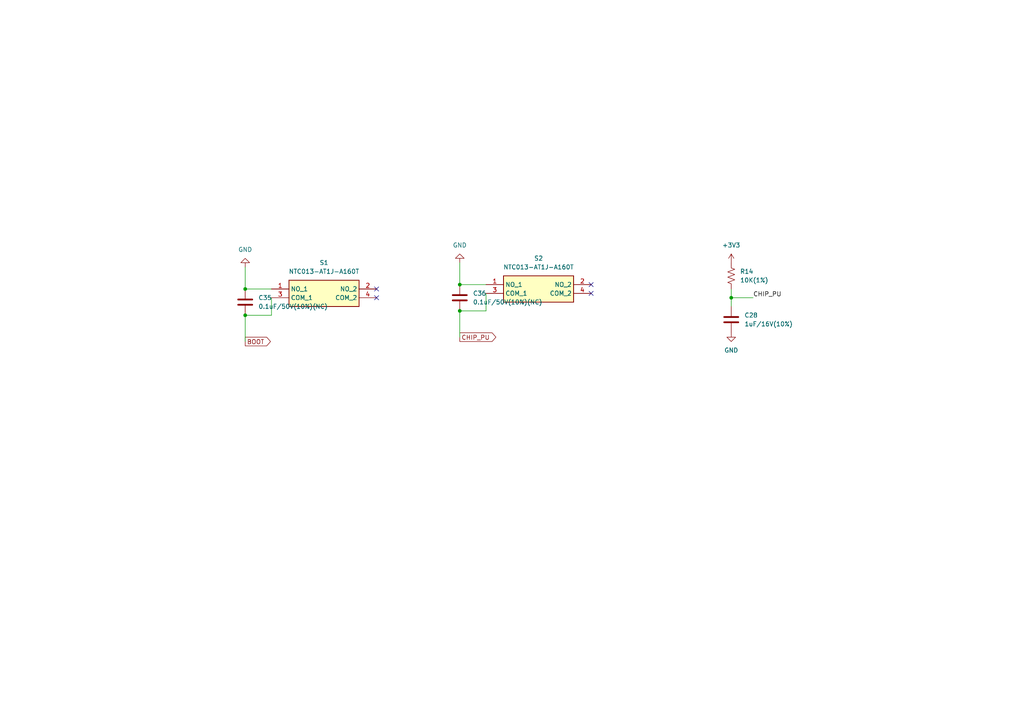
<source format=kicad_sch>
(kicad_sch
	(version 20231120)
	(generator "eeschema")
	(generator_version "8.0")
	(uuid "62afb79c-ec6f-44e6-8304-5cfd00fe9300")
	(paper "A4")
	(lib_symbols
		(symbol "Device:C"
			(pin_numbers hide)
			(pin_names
				(offset 0.254)
			)
			(exclude_from_sim no)
			(in_bom yes)
			(on_board yes)
			(property "Reference" "C"
				(at 0.635 2.54 0)
				(effects
					(font
						(size 1.27 1.27)
					)
					(justify left)
				)
			)
			(property "Value" "C"
				(at 0.635 -2.54 0)
				(effects
					(font
						(size 1.27 1.27)
					)
					(justify left)
				)
			)
			(property "Footprint" ""
				(at 0.9652 -3.81 0)
				(effects
					(font
						(size 1.27 1.27)
					)
					(hide yes)
				)
			)
			(property "Datasheet" "~"
				(at 0 0 0)
				(effects
					(font
						(size 1.27 1.27)
					)
					(hide yes)
				)
			)
			(property "Description" "Unpolarized capacitor"
				(at 0 0 0)
				(effects
					(font
						(size 1.27 1.27)
					)
					(hide yes)
				)
			)
			(property "ki_keywords" "cap capacitor"
				(at 0 0 0)
				(effects
					(font
						(size 1.27 1.27)
					)
					(hide yes)
				)
			)
			(property "ki_fp_filters" "C_*"
				(at 0 0 0)
				(effects
					(font
						(size 1.27 1.27)
					)
					(hide yes)
				)
			)
			(symbol "C_0_1"
				(polyline
					(pts
						(xy -2.032 -0.762) (xy 2.032 -0.762)
					)
					(stroke
						(width 0.508)
						(type default)
					)
					(fill
						(type none)
					)
				)
				(polyline
					(pts
						(xy -2.032 0.762) (xy 2.032 0.762)
					)
					(stroke
						(width 0.508)
						(type default)
					)
					(fill
						(type none)
					)
				)
			)
			(symbol "C_1_1"
				(pin passive line
					(at 0 3.81 270)
					(length 2.794)
					(name "~"
						(effects
							(font
								(size 1.27 1.27)
							)
						)
					)
					(number "1"
						(effects
							(font
								(size 1.27 1.27)
							)
						)
					)
				)
				(pin passive line
					(at 0 -3.81 90)
					(length 2.794)
					(name "~"
						(effects
							(font
								(size 1.27 1.27)
							)
						)
					)
					(number "2"
						(effects
							(font
								(size 1.27 1.27)
							)
						)
					)
				)
			)
		)
		(symbol "Device:R_US"
			(pin_numbers hide)
			(pin_names
				(offset 0)
			)
			(exclude_from_sim no)
			(in_bom yes)
			(on_board yes)
			(property "Reference" "R"
				(at 2.54 0 90)
				(effects
					(font
						(size 1.27 1.27)
					)
				)
			)
			(property "Value" "R_US"
				(at -2.54 0 90)
				(effects
					(font
						(size 1.27 1.27)
					)
				)
			)
			(property "Footprint" ""
				(at 1.016 -0.254 90)
				(effects
					(font
						(size 1.27 1.27)
					)
					(hide yes)
				)
			)
			(property "Datasheet" "~"
				(at 0 0 0)
				(effects
					(font
						(size 1.27 1.27)
					)
					(hide yes)
				)
			)
			(property "Description" "Resistor, US symbol"
				(at 0 0 0)
				(effects
					(font
						(size 1.27 1.27)
					)
					(hide yes)
				)
			)
			(property "ki_keywords" "R res resistor"
				(at 0 0 0)
				(effects
					(font
						(size 1.27 1.27)
					)
					(hide yes)
				)
			)
			(property "ki_fp_filters" "R_*"
				(at 0 0 0)
				(effects
					(font
						(size 1.27 1.27)
					)
					(hide yes)
				)
			)
			(symbol "R_US_0_1"
				(polyline
					(pts
						(xy 0 -2.286) (xy 0 -2.54)
					)
					(stroke
						(width 0)
						(type default)
					)
					(fill
						(type none)
					)
				)
				(polyline
					(pts
						(xy 0 2.286) (xy 0 2.54)
					)
					(stroke
						(width 0)
						(type default)
					)
					(fill
						(type none)
					)
				)
				(polyline
					(pts
						(xy 0 -0.762) (xy 1.016 -1.143) (xy 0 -1.524) (xy -1.016 -1.905) (xy 0 -2.286)
					)
					(stroke
						(width 0)
						(type default)
					)
					(fill
						(type none)
					)
				)
				(polyline
					(pts
						(xy 0 0.762) (xy 1.016 0.381) (xy 0 0) (xy -1.016 -0.381) (xy 0 -0.762)
					)
					(stroke
						(width 0)
						(type default)
					)
					(fill
						(type none)
					)
				)
				(polyline
					(pts
						(xy 0 2.286) (xy 1.016 1.905) (xy 0 1.524) (xy -1.016 1.143) (xy 0 0.762)
					)
					(stroke
						(width 0)
						(type default)
					)
					(fill
						(type none)
					)
				)
			)
			(symbol "R_US_1_1"
				(pin passive line
					(at 0 3.81 270)
					(length 1.27)
					(name "~"
						(effects
							(font
								(size 1.27 1.27)
							)
						)
					)
					(number "1"
						(effects
							(font
								(size 1.27 1.27)
							)
						)
					)
				)
				(pin passive line
					(at 0 -3.81 90)
					(length 1.27)
					(name "~"
						(effects
							(font
								(size 1.27 1.27)
							)
						)
					)
					(number "2"
						(effects
							(font
								(size 1.27 1.27)
							)
						)
					)
				)
			)
		)
		(symbol "NTC013-AT1J-A160T:NTC013-AT1J-A160T"
			(exclude_from_sim no)
			(in_bom yes)
			(on_board yes)
			(property "Reference" "S"
				(at 26.67 7.62 0)
				(effects
					(font
						(size 1.27 1.27)
					)
					(justify left top)
				)
			)
			(property "Value" "NTC013-AT1J-A160T"
				(at 26.67 5.08 0)
				(effects
					(font
						(size 1.27 1.27)
					)
					(justify left top)
				)
			)
			(property "Footprint" "NTC013AT1JA160T"
				(at 26.67 -94.92 0)
				(effects
					(font
						(size 1.27 1.27)
					)
					(justify left top)
					(hide yes)
				)
			)
			(property "Datasheet" "https://www.nh-technology.de/T-Mec/PDF/Series_TC/NTC013.pdf"
				(at 26.67 -194.92 0)
				(effects
					(font
						(size 1.27 1.27)
					)
					(justify left top)
					(hide yes)
				)
			)
			(property "Description" "compact size 4.20 x 3.20 x 2.50mm Mount type SMT, Operating Force 1 160(+50/-50)gf, J Terminal Type."
				(at 0 0 0)
				(effects
					(font
						(size 1.27 1.27)
					)
					(hide yes)
				)
			)
			(property "Height" "2.7"
				(at 26.67 -394.92 0)
				(effects
					(font
						(size 1.27 1.27)
					)
					(justify left top)
					(hide yes)
				)
			)
			(property "Manufacturer_Name" "N&H Technology"
				(at 26.67 -494.92 0)
				(effects
					(font
						(size 1.27 1.27)
					)
					(justify left top)
					(hide yes)
				)
			)
			(property "Manufacturer_Part_Number" "NTC013-AT1J-A160T"
				(at 26.67 -594.92 0)
				(effects
					(font
						(size 1.27 1.27)
					)
					(justify left top)
					(hide yes)
				)
			)
			(property "Mouser Part Number" ""
				(at 26.67 -694.92 0)
				(effects
					(font
						(size 1.27 1.27)
					)
					(justify left top)
					(hide yes)
				)
			)
			(property "Mouser Price/Stock" ""
				(at 26.67 -794.92 0)
				(effects
					(font
						(size 1.27 1.27)
					)
					(justify left top)
					(hide yes)
				)
			)
			(property "Arrow Part Number" ""
				(at 26.67 -894.92 0)
				(effects
					(font
						(size 1.27 1.27)
					)
					(justify left top)
					(hide yes)
				)
			)
			(property "Arrow Price/Stock" ""
				(at 26.67 -994.92 0)
				(effects
					(font
						(size 1.27 1.27)
					)
					(justify left top)
					(hide yes)
				)
			)
			(symbol "NTC013-AT1J-A160T_1_1"
				(rectangle
					(start 5.08 2.54)
					(end 25.4 -5.08)
					(stroke
						(width 0.254)
						(type default)
					)
					(fill
						(type background)
					)
				)
				(pin passive line
					(at 0 0 0)
					(length 5.08)
					(name "NO_1"
						(effects
							(font
								(size 1.27 1.27)
							)
						)
					)
					(number "1"
						(effects
							(font
								(size 1.27 1.27)
							)
						)
					)
				)
				(pin passive line
					(at 30.48 0 180)
					(length 5.08)
					(name "NO_2"
						(effects
							(font
								(size 1.27 1.27)
							)
						)
					)
					(number "2"
						(effects
							(font
								(size 1.27 1.27)
							)
						)
					)
				)
				(pin passive line
					(at 0 -2.54 0)
					(length 5.08)
					(name "COM_1"
						(effects
							(font
								(size 1.27 1.27)
							)
						)
					)
					(number "3"
						(effects
							(font
								(size 1.27 1.27)
							)
						)
					)
				)
				(pin passive line
					(at 30.48 -2.54 180)
					(length 5.08)
					(name "COM_2"
						(effects
							(font
								(size 1.27 1.27)
							)
						)
					)
					(number "4"
						(effects
							(font
								(size 1.27 1.27)
							)
						)
					)
				)
			)
		)
		(symbol "power:+3V3"
			(power)
			(pin_numbers hide)
			(pin_names
				(offset 0) hide)
			(exclude_from_sim no)
			(in_bom yes)
			(on_board yes)
			(property "Reference" "#PWR"
				(at 0 -3.81 0)
				(effects
					(font
						(size 1.27 1.27)
					)
					(hide yes)
				)
			)
			(property "Value" "+3V3"
				(at 0 3.556 0)
				(effects
					(font
						(size 1.27 1.27)
					)
				)
			)
			(property "Footprint" ""
				(at 0 0 0)
				(effects
					(font
						(size 1.27 1.27)
					)
					(hide yes)
				)
			)
			(property "Datasheet" ""
				(at 0 0 0)
				(effects
					(font
						(size 1.27 1.27)
					)
					(hide yes)
				)
			)
			(property "Description" "Power symbol creates a global label with name \"+3V3\""
				(at 0 0 0)
				(effects
					(font
						(size 1.27 1.27)
					)
					(hide yes)
				)
			)
			(property "ki_keywords" "global power"
				(at 0 0 0)
				(effects
					(font
						(size 1.27 1.27)
					)
					(hide yes)
				)
			)
			(symbol "+3V3_0_1"
				(polyline
					(pts
						(xy -0.762 1.27) (xy 0 2.54)
					)
					(stroke
						(width 0)
						(type default)
					)
					(fill
						(type none)
					)
				)
				(polyline
					(pts
						(xy 0 0) (xy 0 2.54)
					)
					(stroke
						(width 0)
						(type default)
					)
					(fill
						(type none)
					)
				)
				(polyline
					(pts
						(xy 0 2.54) (xy 0.762 1.27)
					)
					(stroke
						(width 0)
						(type default)
					)
					(fill
						(type none)
					)
				)
			)
			(symbol "+3V3_1_1"
				(pin power_in line
					(at 0 0 90)
					(length 0)
					(name "~"
						(effects
							(font
								(size 1.27 1.27)
							)
						)
					)
					(number "1"
						(effects
							(font
								(size 1.27 1.27)
							)
						)
					)
				)
			)
		)
		(symbol "power:GND"
			(power)
			(pin_numbers hide)
			(pin_names
				(offset 0) hide)
			(exclude_from_sim no)
			(in_bom yes)
			(on_board yes)
			(property "Reference" "#PWR"
				(at 0 -6.35 0)
				(effects
					(font
						(size 1.27 1.27)
					)
					(hide yes)
				)
			)
			(property "Value" "GND"
				(at 0 -3.81 0)
				(effects
					(font
						(size 1.27 1.27)
					)
				)
			)
			(property "Footprint" ""
				(at 0 0 0)
				(effects
					(font
						(size 1.27 1.27)
					)
					(hide yes)
				)
			)
			(property "Datasheet" ""
				(at 0 0 0)
				(effects
					(font
						(size 1.27 1.27)
					)
					(hide yes)
				)
			)
			(property "Description" "Power symbol creates a global label with name \"GND\" , ground"
				(at 0 0 0)
				(effects
					(font
						(size 1.27 1.27)
					)
					(hide yes)
				)
			)
			(property "ki_keywords" "global power"
				(at 0 0 0)
				(effects
					(font
						(size 1.27 1.27)
					)
					(hide yes)
				)
			)
			(symbol "GND_0_1"
				(polyline
					(pts
						(xy 0 0) (xy 0 -1.27) (xy 1.27 -1.27) (xy 0 -2.54) (xy -1.27 -1.27) (xy 0 -1.27)
					)
					(stroke
						(width 0)
						(type default)
					)
					(fill
						(type none)
					)
				)
			)
			(symbol "GND_1_1"
				(pin power_in line
					(at 0 0 270)
					(length 0)
					(name "~"
						(effects
							(font
								(size 1.27 1.27)
							)
						)
					)
					(number "1"
						(effects
							(font
								(size 1.27 1.27)
							)
						)
					)
				)
			)
		)
	)
	(junction
		(at 71.12 91.44)
		(diameter 0)
		(color 0 0 0 0)
		(uuid "1335f963-b624-414a-8a3f-186587ef14f3")
	)
	(junction
		(at 212.09 86.36)
		(diameter 0)
		(color 0 0 0 0)
		(uuid "845cb1f8-cdae-4344-b3bf-28435fd35132")
	)
	(junction
		(at 133.35 90.17)
		(diameter 0)
		(color 0 0 0 0)
		(uuid "94662569-4515-4195-84c5-ddae0d02d457")
	)
	(junction
		(at 71.12 83.82)
		(diameter 0)
		(color 0 0 0 0)
		(uuid "ada48368-b04e-47f2-9093-a34fbbabbd0e")
	)
	(junction
		(at 133.35 82.55)
		(diameter 0)
		(color 0 0 0 0)
		(uuid "e9b335bd-8019-4971-8ac8-d5574973fd67")
	)
	(no_connect
		(at 171.45 85.09)
		(uuid "27568946-d64e-43d9-a6c9-25121697b01d")
	)
	(no_connect
		(at 109.22 86.36)
		(uuid "4e925cf7-dd21-4dae-88a4-fe1e53f6f1cd")
	)
	(no_connect
		(at 171.45 82.55)
		(uuid "8a5d5e01-ee74-4c2c-b958-6331d0df59e4")
	)
	(no_connect
		(at 109.22 83.82)
		(uuid "bf87a82a-fce2-4474-b9a0-d9f49b7c15f3")
	)
	(wire
		(pts
			(xy 212.09 83.82) (xy 212.09 86.36)
		)
		(stroke
			(width 0)
			(type default)
		)
		(uuid "12a18624-8f5c-4500-801c-396da8df9db6")
	)
	(wire
		(pts
			(xy 78.74 83.82) (xy 71.12 83.82)
		)
		(stroke
			(width 0)
			(type default)
		)
		(uuid "43c013cb-0a2c-41be-beda-cacb48ac2a54")
	)
	(wire
		(pts
			(xy 78.74 91.44) (xy 71.12 91.44)
		)
		(stroke
			(width 0)
			(type default)
		)
		(uuid "48ce3813-6797-4027-9344-7a40ea68237f")
	)
	(wire
		(pts
			(xy 71.12 77.47) (xy 71.12 83.82)
		)
		(stroke
			(width 0)
			(type default)
		)
		(uuid "52b867e7-0dd9-4571-b9cb-584320ad0167")
	)
	(wire
		(pts
			(xy 140.97 85.09) (xy 140.97 90.17)
		)
		(stroke
			(width 0)
			(type default)
		)
		(uuid "9521794b-2ccd-46c0-9f6e-a0829f3628e5")
	)
	(wire
		(pts
			(xy 218.44 86.36) (xy 212.09 86.36)
		)
		(stroke
			(width 0)
			(type default)
		)
		(uuid "977d72fa-0dc2-4cef-ae62-53daec9ea4a9")
	)
	(wire
		(pts
			(xy 140.97 82.55) (xy 133.35 82.55)
		)
		(stroke
			(width 0)
			(type default)
		)
		(uuid "a6bfb16c-dba1-41ec-b51d-85be0160d0e0")
	)
	(wire
		(pts
			(xy 133.35 90.17) (xy 133.35 97.79)
		)
		(stroke
			(width 0)
			(type default)
		)
		(uuid "ac9eef2e-e494-4645-bc34-74013cd9d8c5")
	)
	(wire
		(pts
			(xy 71.12 91.44) (xy 71.12 99.06)
		)
		(stroke
			(width 0)
			(type default)
		)
		(uuid "b85cae94-49ac-476b-b6ed-fb83c85f832f")
	)
	(wire
		(pts
			(xy 212.09 86.36) (xy 212.09 88.9)
		)
		(stroke
			(width 0)
			(type default)
		)
		(uuid "c1dfa57f-3467-4d40-954e-ecab5aa10c8b")
	)
	(wire
		(pts
			(xy 133.35 76.2) (xy 133.35 82.55)
		)
		(stroke
			(width 0)
			(type default)
		)
		(uuid "ea8843d5-5391-4318-8d37-71aea05a67e3")
	)
	(wire
		(pts
			(xy 78.74 86.36) (xy 78.74 91.44)
		)
		(stroke
			(width 0)
			(type default)
		)
		(uuid "ed564612-ed66-481f-ab64-8454b628252a")
	)
	(wire
		(pts
			(xy 140.97 90.17) (xy 133.35 90.17)
		)
		(stroke
			(width 0)
			(type default)
		)
		(uuid "f2226fbe-885d-4f3c-b7ae-368a54e0f09c")
	)
	(label "CHIP_PU"
		(at 218.44 86.36 0)
		(fields_autoplaced yes)
		(effects
			(font
				(size 1.27 1.27)
			)
			(justify left bottom)
		)
		(uuid "7e5d1c1f-5fa3-4990-bb8f-9b4a3342b08b")
	)
	(global_label "BOOT"
		(shape output)
		(at 71.12 99.06 0)
		(fields_autoplaced yes)
		(effects
			(font
				(size 1.27 1.27)
			)
			(justify left)
		)
		(uuid "7f06260c-e39b-4dea-9747-c0213a488893")
		(property "Intersheetrefs" "${INTERSHEET_REFS}"
			(at 79.0038 99.06 0)
			(effects
				(font
					(size 1.27 1.27)
				)
				(justify left)
				(hide yes)
			)
		)
	)
	(global_label "CHIP_PU"
		(shape output)
		(at 133.35 97.79 0)
		(fields_autoplaced yes)
		(effects
			(font
				(size 1.27 1.27)
			)
			(justify left)
		)
		(uuid "a2912784-9381-4c0e-a539-e6b3cc8a571e")
		(property "Intersheetrefs" "${INTERSHEET_REFS}"
			(at 144.3786 97.79 0)
			(effects
				(font
					(size 1.27 1.27)
				)
				(justify left)
				(hide yes)
			)
		)
	)
	(symbol
		(lib_id "Device:C")
		(at 133.35 86.36 0)
		(unit 1)
		(exclude_from_sim no)
		(in_bom yes)
		(on_board yes)
		(dnp no)
		(fields_autoplaced yes)
		(uuid "12695dbb-4b2e-42e9-b316-f08d54f26fe2")
		(property "Reference" "C36"
			(at 137.16 85.0899 0)
			(effects
				(font
					(size 1.27 1.27)
				)
				(justify left)
			)
		)
		(property "Value" "0.1uF/50V(10%)(NC)"
			(at 137.16 87.6299 0)
			(effects
				(font
					(size 1.27 1.27)
				)
				(justify left)
			)
		)
		(property "Footprint" "Capacitor_SMD:C_0603_1608Metric"
			(at 134.3152 90.17 0)
			(effects
				(font
					(size 1.27 1.27)
				)
				(hide yes)
			)
		)
		(property "Datasheet" "~"
			(at 133.35 86.36 0)
			(effects
				(font
					(size 1.27 1.27)
				)
				(hide yes)
			)
		)
		(property "Description" "Unpolarized capacitor"
			(at 133.35 86.36 0)
			(effects
				(font
					(size 1.27 1.27)
				)
				(hide yes)
			)
		)
		(pin "1"
			(uuid "00ac3c3b-d02b-471d-951f-bd27c5b207bf")
		)
		(pin "2"
			(uuid "292fc96f-1c59-4d29-b59c-9070d1f8f2df")
		)
		(instances
			(project "sdr"
				(path "/e4d3289e-0ccf-4dc8-988c-0c08b099df28/df26cf82-3870-45fe-a45c-5c84434de295"
					(reference "C36")
					(unit 1)
				)
			)
		)
	)
	(symbol
		(lib_id "Device:R_US")
		(at 212.09 80.01 0)
		(unit 1)
		(exclude_from_sim no)
		(in_bom yes)
		(on_board yes)
		(dnp no)
		(fields_autoplaced yes)
		(uuid "174e3f06-e1a8-4ff0-86f2-cf5287a8704a")
		(property "Reference" "R14"
			(at 214.63 78.7399 0)
			(effects
				(font
					(size 1.27 1.27)
				)
				(justify left)
			)
		)
		(property "Value" "10K(1%)"
			(at 214.63 81.2799 0)
			(effects
				(font
					(size 1.27 1.27)
				)
				(justify left)
			)
		)
		(property "Footprint" "Resistor_SMD:R_0603_1608Metric"
			(at 213.106 80.264 90)
			(effects
				(font
					(size 1.27 1.27)
				)
				(hide yes)
			)
		)
		(property "Datasheet" "~"
			(at 212.09 80.01 0)
			(effects
				(font
					(size 1.27 1.27)
				)
				(hide yes)
			)
		)
		(property "Description" "Resistor, US symbol"
			(at 212.09 80.01 0)
			(effects
				(font
					(size 1.27 1.27)
				)
				(hide yes)
			)
		)
		(pin "1"
			(uuid "8db557e3-0379-478b-9392-92ba60392cc0")
		)
		(pin "2"
			(uuid "74cd4a75-6d13-4263-ae24-bc6192c80979")
		)
		(instances
			(project "sdr"
				(path "/e4d3289e-0ccf-4dc8-988c-0c08b099df28/df26cf82-3870-45fe-a45c-5c84434de295"
					(reference "R14")
					(unit 1)
				)
			)
		)
	)
	(symbol
		(lib_id "power:GND")
		(at 133.35 76.2 180)
		(unit 1)
		(exclude_from_sim no)
		(in_bom yes)
		(on_board yes)
		(dnp no)
		(fields_autoplaced yes)
		(uuid "213a88c2-35a4-4a4d-be50-5ca3f217189b")
		(property "Reference" "#PWR051"
			(at 133.35 69.85 0)
			(effects
				(font
					(size 1.27 1.27)
				)
				(hide yes)
			)
		)
		(property "Value" "GND"
			(at 133.35 71.12 0)
			(effects
				(font
					(size 1.27 1.27)
				)
			)
		)
		(property "Footprint" ""
			(at 133.35 76.2 0)
			(effects
				(font
					(size 1.27 1.27)
				)
				(hide yes)
			)
		)
		(property "Datasheet" ""
			(at 133.35 76.2 0)
			(effects
				(font
					(size 1.27 1.27)
				)
				(hide yes)
			)
		)
		(property "Description" "Power symbol creates a global label with name \"GND\" , ground"
			(at 133.35 76.2 0)
			(effects
				(font
					(size 1.27 1.27)
				)
				(hide yes)
			)
		)
		(pin "1"
			(uuid "bdf7437d-7e6c-495b-b242-652be562ab58")
		)
		(instances
			(project "sdr"
				(path "/e4d3289e-0ccf-4dc8-988c-0c08b099df28/df26cf82-3870-45fe-a45c-5c84434de295"
					(reference "#PWR051")
					(unit 1)
				)
			)
		)
	)
	(symbol
		(lib_id "NTC013-AT1J-A160T:NTC013-AT1J-A160T")
		(at 140.97 82.55 0)
		(unit 1)
		(exclude_from_sim no)
		(in_bom yes)
		(on_board yes)
		(dnp no)
		(fields_autoplaced yes)
		(uuid "24882a43-715f-460e-a9ca-826d00e1e86e")
		(property "Reference" "S2"
			(at 156.21 74.93 0)
			(effects
				(font
					(size 1.27 1.27)
				)
			)
		)
		(property "Value" "NTC013-AT1J-A160T"
			(at 156.21 77.47 0)
			(effects
				(font
					(size 1.27 1.27)
				)
			)
		)
		(property "Footprint" "NTC013AT1JA160T"
			(at 167.64 177.47 0)
			(effects
				(font
					(size 1.27 1.27)
				)
				(justify left top)
				(hide yes)
			)
		)
		(property "Datasheet" "https://www.nh-technology.de/T-Mec/PDF/Series_TC/NTC013.pdf"
			(at 167.64 277.47 0)
			(effects
				(font
					(size 1.27 1.27)
				)
				(justify left top)
				(hide yes)
			)
		)
		(property "Description" "compact size 4.20 x 3.20 x 2.50mm Mount type SMT, Operating Force 1 160(+50/-50)gf, J Terminal Type."
			(at 140.97 82.55 0)
			(effects
				(font
					(size 1.27 1.27)
				)
				(hide yes)
			)
		)
		(property "Height" "2.7"
			(at 167.64 477.47 0)
			(effects
				(font
					(size 1.27 1.27)
				)
				(justify left top)
				(hide yes)
			)
		)
		(property "Manufacturer_Name" "N&H Technology"
			(at 167.64 577.47 0)
			(effects
				(font
					(size 1.27 1.27)
				)
				(justify left top)
				(hide yes)
			)
		)
		(property "Manufacturer_Part_Number" "NTC013-AT1J-A160T"
			(at 167.64 677.47 0)
			(effects
				(font
					(size 1.27 1.27)
				)
				(justify left top)
				(hide yes)
			)
		)
		(property "Mouser Part Number" ""
			(at 167.64 777.47 0)
			(effects
				(font
					(size 1.27 1.27)
				)
				(justify left top)
				(hide yes)
			)
		)
		(property "Mouser Price/Stock" ""
			(at 167.64 877.47 0)
			(effects
				(font
					(size 1.27 1.27)
				)
				(justify left top)
				(hide yes)
			)
		)
		(property "Arrow Part Number" ""
			(at 167.64 977.47 0)
			(effects
				(font
					(size 1.27 1.27)
				)
				(justify left top)
				(hide yes)
			)
		)
		(property "Arrow Price/Stock" ""
			(at 167.64 1077.47 0)
			(effects
				(font
					(size 1.27 1.27)
				)
				(justify left top)
				(hide yes)
			)
		)
		(pin "1"
			(uuid "0812d905-2f2c-4acc-9dc6-d30215591dbf")
		)
		(pin "3"
			(uuid "934dab2f-f173-4df8-98ab-99b025818c34")
		)
		(pin "2"
			(uuid "c95f9005-9dc5-4579-aa37-c381a8a5169b")
		)
		(pin "4"
			(uuid "6923f62c-2d33-4822-b585-92b8a6ac393e")
		)
		(instances
			(project "sdr"
				(path "/e4d3289e-0ccf-4dc8-988c-0c08b099df28/df26cf82-3870-45fe-a45c-5c84434de295"
					(reference "S2")
					(unit 1)
				)
			)
		)
	)
	(symbol
		(lib_id "power:+3V3")
		(at 212.09 76.2 0)
		(unit 1)
		(exclude_from_sim no)
		(in_bom yes)
		(on_board yes)
		(dnp no)
		(fields_autoplaced yes)
		(uuid "27d3f146-a810-4095-a535-efb707d69111")
		(property "Reference" "#PWR076"
			(at 212.09 80.01 0)
			(effects
				(font
					(size 1.27 1.27)
				)
				(hide yes)
			)
		)
		(property "Value" "+3V3"
			(at 212.09 71.12 0)
			(effects
				(font
					(size 1.27 1.27)
				)
			)
		)
		(property "Footprint" ""
			(at 212.09 76.2 0)
			(effects
				(font
					(size 1.27 1.27)
				)
				(hide yes)
			)
		)
		(property "Datasheet" ""
			(at 212.09 76.2 0)
			(effects
				(font
					(size 1.27 1.27)
				)
				(hide yes)
			)
		)
		(property "Description" "Power symbol creates a global label with name \"+3V3\""
			(at 212.09 76.2 0)
			(effects
				(font
					(size 1.27 1.27)
				)
				(hide yes)
			)
		)
		(pin "1"
			(uuid "8332897f-2256-412f-ab10-0a0f0cc278fa")
		)
		(instances
			(project ""
				(path "/e4d3289e-0ccf-4dc8-988c-0c08b099df28/df26cf82-3870-45fe-a45c-5c84434de295"
					(reference "#PWR076")
					(unit 1)
				)
			)
		)
	)
	(symbol
		(lib_id "Device:C")
		(at 212.09 92.71 0)
		(unit 1)
		(exclude_from_sim no)
		(in_bom yes)
		(on_board yes)
		(dnp no)
		(fields_autoplaced yes)
		(uuid "4418019e-3a4a-4e64-81c1-d19992b55234")
		(property "Reference" "C28"
			(at 215.9 91.4399 0)
			(effects
				(font
					(size 1.27 1.27)
				)
				(justify left)
			)
		)
		(property "Value" "1uF/16V(10%)"
			(at 215.9 93.9799 0)
			(effects
				(font
					(size 1.27 1.27)
				)
				(justify left)
			)
		)
		(property "Footprint" "Capacitor_SMD:C_0603_1608Metric"
			(at 213.0552 96.52 0)
			(effects
				(font
					(size 1.27 1.27)
				)
				(hide yes)
			)
		)
		(property "Datasheet" "~"
			(at 212.09 92.71 0)
			(effects
				(font
					(size 1.27 1.27)
				)
				(hide yes)
			)
		)
		(property "Description" "Unpolarized capacitor"
			(at 212.09 92.71 0)
			(effects
				(font
					(size 1.27 1.27)
				)
				(hide yes)
			)
		)
		(pin "2"
			(uuid "3a8c891a-535c-4b2e-b7ab-e748d4f5fd23")
		)
		(pin "1"
			(uuid "0d27d349-83f6-412e-8497-ea5a835d471b")
		)
		(instances
			(project "sdr"
				(path "/e4d3289e-0ccf-4dc8-988c-0c08b099df28/df26cf82-3870-45fe-a45c-5c84434de295"
					(reference "C28")
					(unit 1)
				)
			)
		)
	)
	(symbol
		(lib_id "power:GND")
		(at 71.12 77.47 180)
		(unit 1)
		(exclude_from_sim no)
		(in_bom yes)
		(on_board yes)
		(dnp no)
		(fields_autoplaced yes)
		(uuid "82572245-19c8-4c42-8715-cdd44cd85843")
		(property "Reference" "#PWR050"
			(at 71.12 71.12 0)
			(effects
				(font
					(size 1.27 1.27)
				)
				(hide yes)
			)
		)
		(property "Value" "GND"
			(at 71.12 72.39 0)
			(effects
				(font
					(size 1.27 1.27)
				)
			)
		)
		(property "Footprint" ""
			(at 71.12 77.47 0)
			(effects
				(font
					(size 1.27 1.27)
				)
				(hide yes)
			)
		)
		(property "Datasheet" ""
			(at 71.12 77.47 0)
			(effects
				(font
					(size 1.27 1.27)
				)
				(hide yes)
			)
		)
		(property "Description" "Power symbol creates a global label with name \"GND\" , ground"
			(at 71.12 77.47 0)
			(effects
				(font
					(size 1.27 1.27)
				)
				(hide yes)
			)
		)
		(pin "1"
			(uuid "cfb086a1-8cc3-46a9-a4bd-17571aa5c4a3")
		)
		(instances
			(project ""
				(path "/e4d3289e-0ccf-4dc8-988c-0c08b099df28/df26cf82-3870-45fe-a45c-5c84434de295"
					(reference "#PWR050")
					(unit 1)
				)
			)
		)
	)
	(symbol
		(lib_id "power:GND")
		(at 212.09 96.52 0)
		(unit 1)
		(exclude_from_sim no)
		(in_bom yes)
		(on_board yes)
		(dnp no)
		(fields_autoplaced yes)
		(uuid "93c37bdf-91b4-4f04-aa53-268651319957")
		(property "Reference" "#PWR028"
			(at 212.09 102.87 0)
			(effects
				(font
					(size 1.27 1.27)
				)
				(hide yes)
			)
		)
		(property "Value" "GND"
			(at 212.09 101.6 0)
			(effects
				(font
					(size 1.27 1.27)
				)
			)
		)
		(property "Footprint" ""
			(at 212.09 96.52 0)
			(effects
				(font
					(size 1.27 1.27)
				)
				(hide yes)
			)
		)
		(property "Datasheet" ""
			(at 212.09 96.52 0)
			(effects
				(font
					(size 1.27 1.27)
				)
				(hide yes)
			)
		)
		(property "Description" "Power symbol creates a global label with name \"GND\" , ground"
			(at 212.09 96.52 0)
			(effects
				(font
					(size 1.27 1.27)
				)
				(hide yes)
			)
		)
		(pin "1"
			(uuid "cd8d85b8-e6ff-4ffc-b68e-9ddd8a72025b")
		)
		(instances
			(project "sdr"
				(path "/e4d3289e-0ccf-4dc8-988c-0c08b099df28/df26cf82-3870-45fe-a45c-5c84434de295"
					(reference "#PWR028")
					(unit 1)
				)
			)
		)
	)
	(symbol
		(lib_id "NTC013-AT1J-A160T:NTC013-AT1J-A160T")
		(at 78.74 83.82 0)
		(unit 1)
		(exclude_from_sim no)
		(in_bom yes)
		(on_board yes)
		(dnp no)
		(fields_autoplaced yes)
		(uuid "d44d8e5e-58b1-463a-ac61-b8654cda26a2")
		(property "Reference" "S1"
			(at 93.98 76.2 0)
			(effects
				(font
					(size 1.27 1.27)
				)
			)
		)
		(property "Value" "NTC013-AT1J-A160T"
			(at 93.98 78.74 0)
			(effects
				(font
					(size 1.27 1.27)
				)
			)
		)
		(property "Footprint" "NTC013AT1JA160T"
			(at 105.41 178.74 0)
			(effects
				(font
					(size 1.27 1.27)
				)
				(justify left top)
				(hide yes)
			)
		)
		(property "Datasheet" "https://www.nh-technology.de/T-Mec/PDF/Series_TC/NTC013.pdf"
			(at 105.41 278.74 0)
			(effects
				(font
					(size 1.27 1.27)
				)
				(justify left top)
				(hide yes)
			)
		)
		(property "Description" "compact size 4.20 x 3.20 x 2.50mm Mount type SMT, Operating Force 1 160(+50/-50)gf, J Terminal Type."
			(at 78.74 83.82 0)
			(effects
				(font
					(size 1.27 1.27)
				)
				(hide yes)
			)
		)
		(property "Height" "2.7"
			(at 105.41 478.74 0)
			(effects
				(font
					(size 1.27 1.27)
				)
				(justify left top)
				(hide yes)
			)
		)
		(property "Manufacturer_Name" "N&H Technology"
			(at 105.41 578.74 0)
			(effects
				(font
					(size 1.27 1.27)
				)
				(justify left top)
				(hide yes)
			)
		)
		(property "Manufacturer_Part_Number" "NTC013-AT1J-A160T"
			(at 105.41 678.74 0)
			(effects
				(font
					(size 1.27 1.27)
				)
				(justify left top)
				(hide yes)
			)
		)
		(property "Mouser Part Number" ""
			(at 105.41 778.74 0)
			(effects
				(font
					(size 1.27 1.27)
				)
				(justify left top)
				(hide yes)
			)
		)
		(property "Mouser Price/Stock" ""
			(at 105.41 878.74 0)
			(effects
				(font
					(size 1.27 1.27)
				)
				(justify left top)
				(hide yes)
			)
		)
		(property "Arrow Part Number" ""
			(at 105.41 978.74 0)
			(effects
				(font
					(size 1.27 1.27)
				)
				(justify left top)
				(hide yes)
			)
		)
		(property "Arrow Price/Stock" ""
			(at 105.41 1078.74 0)
			(effects
				(font
					(size 1.27 1.27)
				)
				(justify left top)
				(hide yes)
			)
		)
		(pin "1"
			(uuid "0354ebb9-70f6-4e49-a260-58d885c32d9d")
		)
		(pin "3"
			(uuid "9d1cdf8f-3186-4bc0-af39-bb93c8b41367")
		)
		(pin "2"
			(uuid "cc970915-19ad-42be-9e8f-dec63cf59bcd")
		)
		(pin "4"
			(uuid "4c2c12d1-dd1d-403a-918a-40a09b739d79")
		)
		(instances
			(project ""
				(path "/e4d3289e-0ccf-4dc8-988c-0c08b099df28/df26cf82-3870-45fe-a45c-5c84434de295"
					(reference "S1")
					(unit 1)
				)
			)
		)
	)
	(symbol
		(lib_id "Device:C")
		(at 71.12 87.63 0)
		(unit 1)
		(exclude_from_sim no)
		(in_bom yes)
		(on_board yes)
		(dnp no)
		(fields_autoplaced yes)
		(uuid "e7914065-7df1-41de-ae9c-88728c25489b")
		(property "Reference" "C35"
			(at 74.93 86.3599 0)
			(effects
				(font
					(size 1.27 1.27)
				)
				(justify left)
			)
		)
		(property "Value" "0.1uF/50V(10%)(NC)"
			(at 74.93 88.8999 0)
			(effects
				(font
					(size 1.27 1.27)
				)
				(justify left)
			)
		)
		(property "Footprint" "Capacitor_SMD:C_0603_1608Metric"
			(at 72.0852 91.44 0)
			(effects
				(font
					(size 1.27 1.27)
				)
				(hide yes)
			)
		)
		(property "Datasheet" "~"
			(at 71.12 87.63 0)
			(effects
				(font
					(size 1.27 1.27)
				)
				(hide yes)
			)
		)
		(property "Description" "Unpolarized capacitor"
			(at 71.12 87.63 0)
			(effects
				(font
					(size 1.27 1.27)
				)
				(hide yes)
			)
		)
		(pin "1"
			(uuid "9dadbf77-fc2a-47d4-a3eb-0255e080c41b")
		)
		(pin "2"
			(uuid "0af7f576-0975-40fb-95a7-bb05be1b2723")
		)
		(instances
			(project ""
				(path "/e4d3289e-0ccf-4dc8-988c-0c08b099df28/df26cf82-3870-45fe-a45c-5c84434de295"
					(reference "C35")
					(unit 1)
				)
			)
		)
	)
)

</source>
